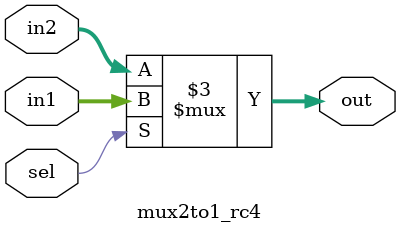
<source format=v>
`timescale 1ns / 1ps

module mux2to1_rc4(in1,in2,out,sel

    );
    input[3:0] in1,in2;
    input sel;
    output reg [3:0] out;
    always@(*)
    begin
    if(sel)
        out = in1;
    else
        out = in2;
    end
endmodule

</source>
